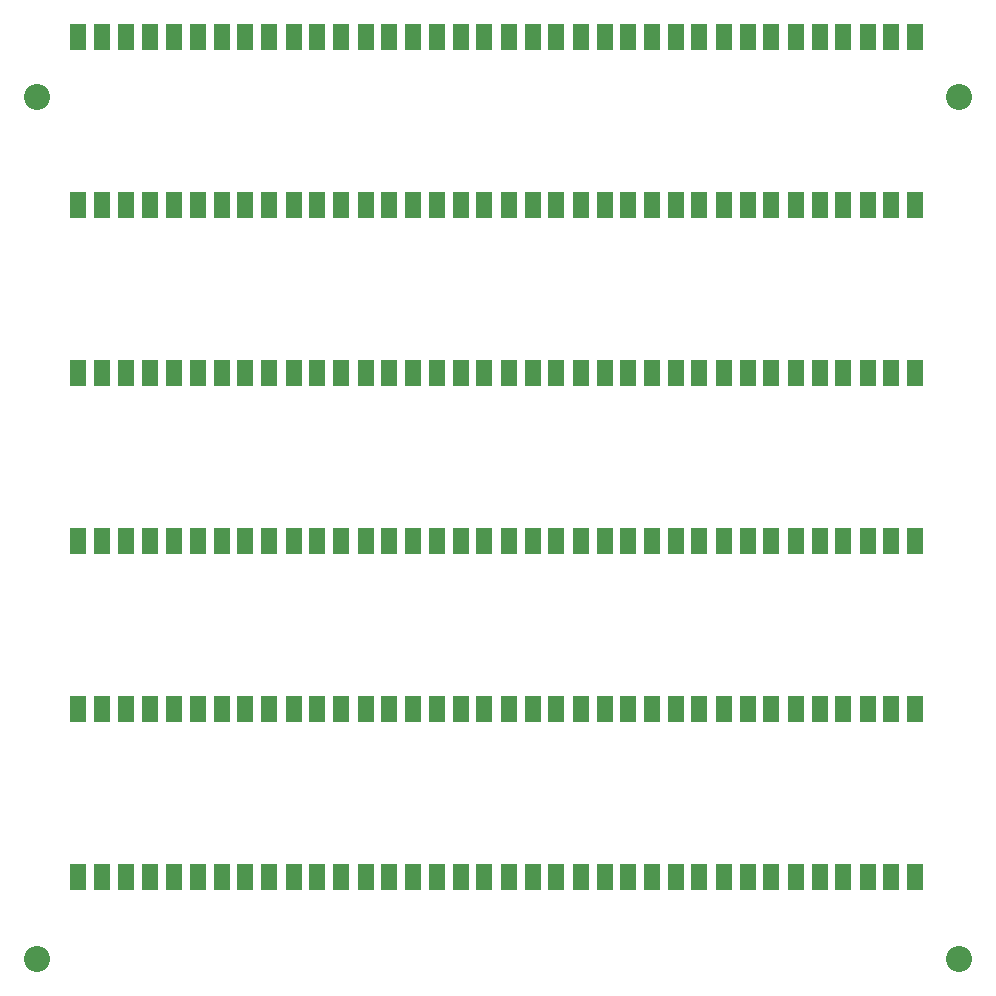
<source format=gbs>
G04 Layer_Color=16711935*
%FSLAX25Y25*%
%MOIN*%
G70*
G01*
G75*
%ADD48R,0.05524X0.08674*%
%ADD53C,0.08674*%
D48*
X19669Y50000D02*
D03*
X11795D02*
D03*
X3921D02*
D03*
X67374D02*
D03*
X59500D02*
D03*
X51626D02*
D03*
X115374D02*
D03*
X107500D02*
D03*
X99626D02*
D03*
X139248D02*
D03*
X131374D02*
D03*
X123500D02*
D03*
X43669D02*
D03*
X35795D02*
D03*
X27921D02*
D03*
X91374D02*
D03*
X83500D02*
D03*
X75626D02*
D03*
X163169D02*
D03*
X155295D02*
D03*
X147421D02*
D03*
X210874D02*
D03*
X203000D02*
D03*
X195126D02*
D03*
X258874D02*
D03*
X251000D02*
D03*
X243126D02*
D03*
X282748D02*
D03*
X274874D02*
D03*
X267000D02*
D03*
X187169D02*
D03*
X179295D02*
D03*
X171421D02*
D03*
X234874D02*
D03*
X227000D02*
D03*
X219126D02*
D03*
X19669Y106000D02*
D03*
X11795D02*
D03*
X3921D02*
D03*
X67374D02*
D03*
X59500D02*
D03*
X51626D02*
D03*
X115374D02*
D03*
X107500D02*
D03*
X99626D02*
D03*
X139248D02*
D03*
X131374D02*
D03*
X123500D02*
D03*
X43669D02*
D03*
X35795D02*
D03*
X27921D02*
D03*
X91374D02*
D03*
X83500D02*
D03*
X75626D02*
D03*
X163169D02*
D03*
X155295D02*
D03*
X147421D02*
D03*
X210874D02*
D03*
X203000D02*
D03*
X195126D02*
D03*
X258874D02*
D03*
X251000D02*
D03*
X243126D02*
D03*
X282748D02*
D03*
X274874D02*
D03*
X267000D02*
D03*
X187169D02*
D03*
X179295D02*
D03*
X171421D02*
D03*
X234874D02*
D03*
X227000D02*
D03*
X219126D02*
D03*
X19669Y162000D02*
D03*
X11795D02*
D03*
X3921D02*
D03*
X67374D02*
D03*
X59500D02*
D03*
X51626D02*
D03*
X115374D02*
D03*
X107500D02*
D03*
X99626D02*
D03*
X139248D02*
D03*
X131374D02*
D03*
X123500D02*
D03*
X43669D02*
D03*
X35795D02*
D03*
X27921D02*
D03*
X91374D02*
D03*
X83500D02*
D03*
X75626D02*
D03*
X163169D02*
D03*
X155295D02*
D03*
X147421D02*
D03*
X210874D02*
D03*
X203000D02*
D03*
X195126D02*
D03*
X258874D02*
D03*
X251000D02*
D03*
X243126D02*
D03*
X282748D02*
D03*
X274874D02*
D03*
X267000D02*
D03*
X187169D02*
D03*
X179295D02*
D03*
X171421D02*
D03*
X234874D02*
D03*
X227000D02*
D03*
X219126D02*
D03*
X19669Y218000D02*
D03*
X11795D02*
D03*
X3921D02*
D03*
X67374D02*
D03*
X59500D02*
D03*
X51626D02*
D03*
X115374D02*
D03*
X107500D02*
D03*
X99626D02*
D03*
X139248D02*
D03*
X131374D02*
D03*
X123500D02*
D03*
X43669D02*
D03*
X35795D02*
D03*
X27921D02*
D03*
X91374D02*
D03*
X83500D02*
D03*
X75626D02*
D03*
X163169D02*
D03*
X155295D02*
D03*
X147421D02*
D03*
X210874D02*
D03*
X203000D02*
D03*
X195126D02*
D03*
X258874D02*
D03*
X251000D02*
D03*
X243126D02*
D03*
X282748D02*
D03*
X274874D02*
D03*
X267000D02*
D03*
X187169D02*
D03*
X179295D02*
D03*
X171421D02*
D03*
X234874D02*
D03*
X227000D02*
D03*
X219126D02*
D03*
X19669Y274000D02*
D03*
X11795D02*
D03*
X3921D02*
D03*
X67374D02*
D03*
X59500D02*
D03*
X51626D02*
D03*
X115374D02*
D03*
X107500D02*
D03*
X99626D02*
D03*
X139248D02*
D03*
X131374D02*
D03*
X123500D02*
D03*
X43669D02*
D03*
X35795D02*
D03*
X27921D02*
D03*
X91374D02*
D03*
X83500D02*
D03*
X75626D02*
D03*
X163169D02*
D03*
X155295D02*
D03*
X147421D02*
D03*
X210874D02*
D03*
X203000D02*
D03*
X195126D02*
D03*
X258874D02*
D03*
X251000D02*
D03*
X243126D02*
D03*
X282748D02*
D03*
X274874D02*
D03*
X267000D02*
D03*
X187169D02*
D03*
X179295D02*
D03*
X171421D02*
D03*
X234874D02*
D03*
X227000D02*
D03*
X219126D02*
D03*
X19669Y330000D02*
D03*
X11795D02*
D03*
X3921D02*
D03*
X67374D02*
D03*
X59500D02*
D03*
X51626D02*
D03*
X115374D02*
D03*
X107500D02*
D03*
X99626D02*
D03*
X139248D02*
D03*
X131374D02*
D03*
X123500D02*
D03*
X43669D02*
D03*
X35795D02*
D03*
X27921D02*
D03*
X91374D02*
D03*
X83500D02*
D03*
X75626D02*
D03*
X163169D02*
D03*
X155295D02*
D03*
X147421D02*
D03*
X210874D02*
D03*
X203000D02*
D03*
X195126D02*
D03*
X258874D02*
D03*
X251000D02*
D03*
X243126D02*
D03*
X282748D02*
D03*
X274874D02*
D03*
X267000D02*
D03*
X187169D02*
D03*
X179295D02*
D03*
X171421D02*
D03*
X234874D02*
D03*
X227000D02*
D03*
X219126D02*
D03*
D53*
X-10000Y22500D02*
D03*
Y310000D02*
D03*
X297500D02*
D03*
Y22500D02*
D03*
M02*

</source>
